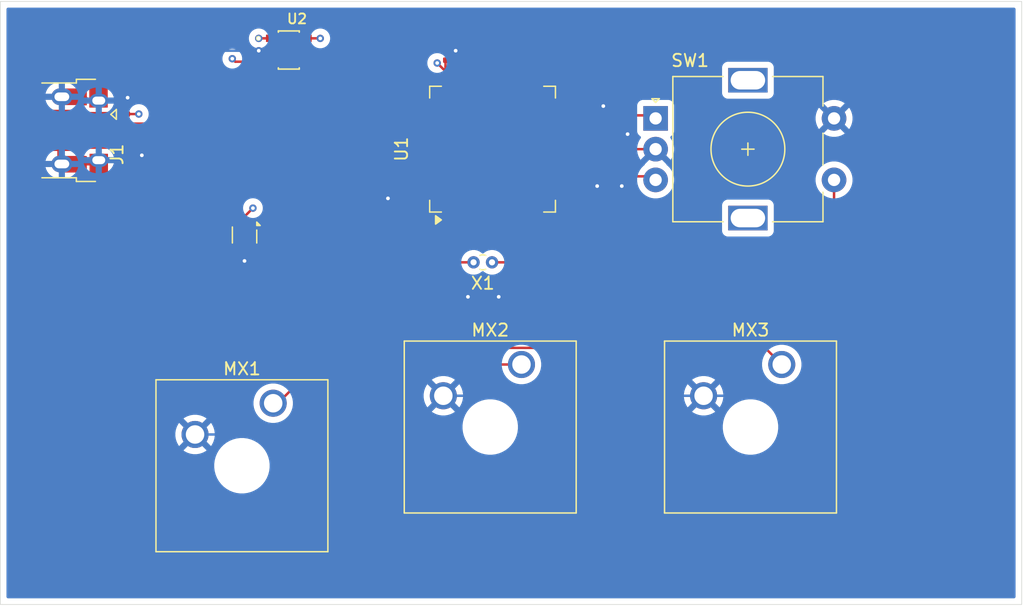
<source format=kicad_pcb>
(kicad_pcb (version 20241229) (generator "pcbnew") (generator_version "9.0")
  (layers (0 "F.Cu" signal) (4 "In1.Cu" signal) (6 "In2.Cu" signal) (2 "B.Cu" signal) (13 "F.Paste" user) (15 "B.Paste" user) (5 "F.SilkS" user "F.Silkscreen") (7 "B.SilkS" user "B.Silkscreen") (1 "F.Mask" user) (3 "B.Mask" user) (25 "Edge.Cuts" user))
  (net 0 "")
  (net 1 "VDD")
  (net 2 "GND")
  (net 3 "Net-(C2-Pad2)")
  (net 4 "Net-(C4-Pad2)")
  (net 5 "Net-(U1-PH0)")
  (net 6 "Net-(U1-PH1)")
  (net 7 "Net-(U1-PB0)")
  (net 8 "Net-(U1-PA4)")
  (net 10 "Net-(MX1-COL)")
  (net 11 "Net-(MX2-COL)")
  (net 12 "Net-(MX3-COL)")
  (net 13 "Net-(U1-PC10)")
  (net 14 "Net-(U1-PC11)")
  (net 30 "Net-(U1-VSS-Pad18)")
  (net 64 "Net-(U1-PA3)")
  (net 65 "Net-(C5-Pad2)")
  (net 66 "/D+")
  (net 67 "/D-")
  (footprint "Capacitor_SMD:C_0201_0603Metric" (layer "F.Cu") (at 110.346051 64.827786 -90)
    (property "Reference" "C1" (hide yes))
    (property "Value" "C" (hide yes))
    (pad "1" smd roundrect (at -0.32 0 270) (size 0.46 0.4) (layers "F.Cu" "F.Mask") (net 2 "GND"))
    (pad "2" smd roundrect (at 0.32 0 270) (size 0.46 0.4) (layers "F.Cu" "F.Mask") (net 1 "VDD"))
  )
  (footprint "Capacitor_SMD:C_0201_0603Metric" (layer "F.Cu") (at 132.497 71.75)
    (property "Reference" "C2" (hide yes))
    (property "Value" "0.1 µF (each)" (hide yes))
    (pad "1" smd roundrect (at -0.32 0) (size 0.46 0.4) (layers "F.Cu" "F.Mask") (net 2 "GND"))
    (pad "2" smd roundrect (at 0.32 0) (size 0.46 0.4) (layers "F.Cu" "F.Mask") (net 3 "Net-(C2-Pad2)"))
  )
  (footprint "Package_TO_SOT_SMD:SOT-666" (layer "F.Cu") (at 119.8475 74.975 -90)
    (property "Reference" "U3" (hide yes))
    (property "Value" "USBLC6-2P6" (hide yes))
    (fp_line (start 0.65 0.99) (end -0.65 0.99) (stroke (width 0.12)) (layer "F.SilkS"))
    (fp_line (start 0.65 -0.99) (end -0.4 -0.99) (stroke (width 0.12)) (layer "F.SilkS"))
    (fp_poly (pts (xy -0.77 -0.99) (xy -1.05 -0.99) (xy -0.77 -1.27) (xy -0.77 -0.99)) (stroke (width 0.12)) (fill yes) (layer "F.SilkS"))
    (pad "1" smd roundrect (at -0.85 -0.5375 270) (size 0.5 0.375) (layers "F.Cu" "F.Mask" "F.Paste") (net 14 "Net-(U1-PC11)"))
    (pad "2" smd roundrect (at -0.925 0 270) (size 0.65 0.3) (layers "F.Cu" "F.Mask" "F.Paste") (net 1 "VDD"))
    (pad "3" smd roundrect (at -0.85 0.5375 270) (size 0.5 0.375) (layers "F.Cu" "F.Mask" "F.Paste") (net 14 "Net-(U1-PC11)"))
    (pad "4" smd roundrect (at 0.85 0.5375 270) (size 0.5 0.375) (layers "F.Cu" "F.Mask" "F.Paste") (net 13 "Net-(U1-PC10)"))
    (pad "5" smd roundrect (at 0.925 0 270) (size 0.65 0.3) (layers "F.Cu" "F.Mask" "F.Paste") (net 2 "GND"))
    (pad "6" smd roundrect (at 0.85 -0.5375 270) (size 0.5 0.375) (layers "F.Cu" "F.Mask" "F.Paste") (net 13 "Net-(U1-PC10)"))
  )
  (footprint "Capacitor_SMD:C_0201_0603Metric" (layer "F.Cu") (at 147.5 71 180)
    (property "Reference" "C5" (hide yes))
    (property "Value" "~" (hide yes))
    (pad "1" smd roundrect (at -0.32 0 180) (size 0.46 0.4) (layers "F.Cu" "F.Mask") (net 2 "GND"))
    (pad "2" smd roundrect (at 0.32 0 180) (size 0.46 0.4) (layers "F.Cu" "F.Mask") (net 65 "Net-(C5-Pad2)"))
  )
  (footprint "Capacitor_SMD:C_0201_0603Metric" (layer "F.Cu") (at 151.098 70.528 -90)
    (property "Reference" "C9" (hide yes))
    (property "Value" "C" (hide yes))
    (pad "1" smd roundrect (at -0.32 0 270) (size 0.46 0.4) (layers "F.Cu" "F.Mask") (net 8 "Net-(U1-PA4)"))
    (pad "2" smd roundrect (at 0.32 0 270) (size 0.46 0.4) (layers "F.Cu" "F.Mask") (net 2 "GND"))
  )
  (footprint "Capacitor_SMD:C_0201_0603Metric" (layer "F.Cu") (at 147.447 64.262 180)
    (property "Reference" "C4" (hide yes))
    (property "Value" "~" (hide yes))
    (pad "1" smd roundrect (at -0.32 0 180) (size 0.46 0.4) (layers "F.Cu" "F.Mask") (net 2 "GND"))
    (pad "2" smd roundrect (at 0.32 0 180) (size 0.46 0.4) (layers "F.Cu" "F.Mask") (net 4 "Net-(C4-Pad2)"))
  )
  (footprint "Capacitor_SMD:C_0201_0603Metric" (layer "F.Cu") (at 150.971 65.575 90)
    (property "Reference" "C8" (hide yes))
    (property "Value" "0.1 µF" (hide yes))
    (pad "1" smd roundrect (at -0.32 0 90) (size 0.46 0.4) (layers "F.Cu" "F.Mask") (net 2 "GND"))
    (pad "2" smd roundrect (at 0.32 0 90) (size 0.46 0.4) (layers "F.Cu" "F.Mask") (net 7 "Net-(U1-PB0)"))
  )
  (footprint "RotaryEncoder:RotaryEncoder_Alps_EC11E-Switch_Vertical_H20mm" (layer "F.Cu") (at 153.25 65.5)
    (property "Reference" "SW1" (at 2.8 -4.7 0) (layer "F.SilkS"))
    (property "Value" "RotaryEncoder_Switch")
    (fp_line (start -0.3 -1.6) (end 0.3 -1.6) (stroke (width 0.12)) (layer "F.SilkS"))
    (fp_line (start 0 -1.3) (end -0.3 -1.6) (stroke (width 0.12)) (layer "F.SilkS"))
    (fp_line (start 0.3 -1.6) (end 0 -1.3) (stroke (width 0.12)) (layer "F.SilkS"))
    (fp_line (start 1.4 -3.4) (end 1.4 8.4) (stroke (width 0.12)) (layer "F.SilkS"))
    (fp_line (start 5.5 -3.4) (end 1.4 -3.4) (stroke (width 0.12)) (layer "F.SilkS"))
    (fp_line (start 5.5 8.4) (end 1.4 8.4) (stroke (width 0.12)) (layer "F.SilkS"))
    (fp_line (start 7 2.5) (end 8 2.5) (stroke (width 0.12)) (layer "F.SilkS"))
    (fp_line (start 7.5 2) (end 7.5 3) (stroke (width 0.12)) (layer "F.SilkS"))
    (fp_line (start 9.5 -3.4) (end 13.6 -3.4) (stroke (width 0.12)) (layer "F.SilkS"))
    (fp_line (start 13.6 -3.4) (end 13.6 -1) (stroke (width 0.12)) (layer "F.SilkS"))
    (fp_line (start 13.6 1.2) (end 13.6 3.8) (stroke (width 0.12)) (layer "F.SilkS"))
    (fp_line (start 13.6 6) (end 13.6 8.4) (stroke (width 0.12)) (layer "F.SilkS"))
    (fp_line (start 13.6 8.4) (end 9.5 8.4) (stroke (width 0.12)) (layer "F.SilkS"))
    (fp_circle (center 7.5 2.5) (end 10.5 2.5) (stroke (width 0.12)) (fill no) (layer "F.SilkS"))
    (pad "A" thru_hole rect (at 0 0) (size 2 2) (drill 1) (layers "*.Cu" "*.Mask") (net 7 "Net-(U1-PB0)"))
    (pad "B" thru_hole circle (at 0 5) (size 2 2) (drill 1) (layers "*.Cu" "*.Mask") (net 8 "Net-(U1-PA4)"))
    (pad "C" thru_hole circle (at 0 2.5) (size 2 2) (drill 1) (layers "*.Cu" "*.Mask") (net 2 "GND"))
    (pad "MP" thru_hole rect (at 7.5 -3.1) (size 3.2 2) (drill oval 2.8 1.5) (layers "*.Cu" "*.Mask"))
    (pad "MP" thru_hole rect (at 7.5 8.1) (size 3.2 2) (drill oval 2.8 1.5) (layers "*.Cu" "*.Mask"))
    (pad "S1" thru_hole circle (at 14.5 5) (size 2 2) (drill 1) (layers "*.Cu" "*.Mask") (net 64 "Net-(U1-PA3)"))
    (pad "S2" thru_hole circle (at 14.5 0) (size 2 2) (drill 1) (layers "*.Cu" "*.Mask") (net 2 "GND"))
  )
  (footprint "Capacitor_SMD:C_0201_0603Metric" (layer "F.Cu") (at 141.52 80.25)
    (property "Reference" "C7" (hide yes))
    (property "Value" "20 pF" (hide yes))
    (pad "1" smd roundrect (at -0.32 0) (size 0.46 0.4) (layers "F.Cu" "F.Mask") (net 2 "GND"))
    (pad "2" smd roundrect (at 0.32 0) (size 0.46 0.4) (layers "F.Cu" "F.Mask") (net 6 "Net-(U1-PH1)"))
  )
  (footprint "Resistor_SMD:R_0201_0603Metric" (layer "F.Cu") (at 115.329432 66.642254)
    (property "Reference" "R1" (hide yes))
    (property "Value" "220 Ω" (hide yes))
    (pad "1" smd roundrect (at -0.32 0) (size 0.46 0.4) (layers "F.Cu" "F.Mask") (net 66 "/D+"))
    (pad "2" smd roundrect (at 0.32 0) (size 0.46 0.4) (layers "F.Cu" "F.Mask") (net 14 "Net-(U1-PC11)"))
  )
  (footprint "Button_Switch_Keyboard:SW_Cherry_MX_1.75u_Plate" (layer "F.Cu") (at 142.35 85.5)
    (property "Reference" "MX2" (at -2.54 -2.794 0) (layer "F.SilkS"))
    (property "Value" "MX-NoLED")
    (fp_line (start -9.525 -1.905) (end 4.445 -1.905) (stroke (width 0.12)) (layer "F.SilkS"))
    (fp_line (start -9.525 12.065) (end -9.525 -1.905) (stroke (width 0.12)) (layer "F.SilkS"))
    (fp_line (start 4.445 -1.905) (end 4.445 12.065) (stroke (width 0.12)) (layer "F.SilkS"))
    (fp_line (start 4.445 12.065) (end -9.525 12.065) (stroke (width 0.12)) (layer "F.SilkS"))
    (pad "" np_thru_hole circle (at -2.54 5.08) (size 4 4) (drill 4) (layers "*.Cu" "*.Mask"))
    (pad "1" thru_hole circle (at 0 0) (size 2.2 2.2) (drill 1.5) (layers "*.Cu" "*.Mask") (net 11 "Net-(MX2-COL)"))
    (pad "2" thru_hole circle (at -6.35 2.54) (size 2.2 2.2) (drill 1.5) (layers "*.Cu" "*.Mask") (net 2 "GND"))
  )
  (footprint "Button_Switch_Keyboard:SW_Cherry_MX_1.75u_Plate" (layer "F.Cu") (at 122.174 88.646)
    (property "Reference" "MX1" (at -2.54 -2.794 0) (layer "F.SilkS"))
    (property "Value" "MX-NoLED")
    (fp_line (start -9.525 -1.905) (end 4.445 -1.905) (stroke (width 0.12)) (layer "F.SilkS"))
    (fp_line (start -9.525 12.065) (end -9.525 -1.905) (stroke (width 0.12)) (layer "F.SilkS"))
    (fp_line (start 4.445 -1.905) (end 4.445 12.065) (stroke (width 0.12)) (layer "F.SilkS"))
    (fp_line (start 4.445 12.065) (end -9.525 12.065) (stroke (width 0.12)) (layer "F.SilkS"))
    (pad "" np_thru_hole circle (at -2.54 5.08) (size 4 4) (drill 4) (layers "*.Cu" "*.Mask"))
    (pad "1" thru_hole circle (at 0 0) (size 2.2 2.2) (drill 1.5) (layers "*.Cu" "*.Mask") (net 10 "Net-(MX1-COL)"))
    (pad "2" thru_hole circle (at -6.35 2.54) (size 2.2 2.2) (drill 1.5) (layers "*.Cu" "*.Mask") (net 2 "GND"))
  )
  (footprint "Connector_USB:USB_Micro-B_Amphenol_10103594-0001LF_Horizontal" (layer "F.Cu") (at 106.115 66.5 -90)
    (property "Reference" "J1" (at 1.925 -3.365 90) (layer "F.SilkS"))
    (property "Value" "USB_B_Micro")
    (fp_line (start -3.875 2.735) (end -3.875 -0.065) (stroke (width 0.12)) (layer "F.SilkS"))
    (fp_line (start 3.825 2.735) (end 3.825 -0.065) (stroke (width 0.12)) (layer "F.SilkS"))
    (fp_line (start -4.175 -0.065) (end -3.875 -0.065) (stroke (width 0.12)) (layer "F.SilkS"))
    (fp_line (start -4.175 -0.065) (end -4.175 -1.615) (stroke (width 0.12)) (layer "F.SilkS"))
    (fp_line (start 3.825 -0.065) (end 4.125 -0.065) (stroke (width 0.12)) (layer "F.SilkS"))
    (fp_line (start 4.125 -0.065) (end 4.125 -1.615) (stroke (width 0.12)) (layer "F.SilkS"))
    (fp_line (start -1.325 -2.865) (end -1.725 -3.315) (stroke (width 0.12)) (layer "F.SilkS"))
    (fp_line (start -1.725 -3.315) (end -0.925 -3.315) (stroke (width 0.12)) (layer "F.SilkS"))
    (fp_line (start -0.925 -3.315) (end -1.325 -2.865) (stroke (width 0.12)) (layer "F.SilkS"))
    (pad "1" smd rect (at -1.325 -1.765) (size 1.65 0.4) (layers "F.Cu" "F.Mask" "F.Paste") (net 1 "VDD"))
    (pad "2" smd rect (at -0.675 -1.765) (size 1.65 0.4) (layers "F.Cu" "F.Mask" "F.Paste") (net 67 "/D-"))
    (pad "3" smd rect (at -0.025 -1.765) (size 1.65 0.4) (layers "F.Cu" "F.Mask" "F.Paste") (net 66 "/D+"))
    (pad "4" smd rect (at 0.625 -1.765) (size 1.65 0.4) (layers "F.Cu" "F.Mask" "F.Paste"))
    (pad "5" smd rect (at 1.275 -1.765) (size 1.65 0.4) (layers "F.Cu" "F.Mask" "F.Paste") (net 2 "GND"))
    (pad "6" smd rect (at -2.975 -0.565 270) (size 1.825 0.7) (layers "F.Cu" "F.Mask" "F.Paste") (net 2 "GND"))
    (pad "6" smd rect (at -2.875 -1.865 270) (size 2 1.5) (layers "F.Cu" "F.Mask" "F.Paste") (net 2 "GND"))
    (pad "6" smd rect (at -2.755 0.185 270) (size 1.35 2) (layers "F.Cu" "F.Mask" "F.Paste") (net 2 "GND"))
    (pad "6" thru_hole oval (at -2.755 1.115) (size 1.7 1.35) (drill oval 1.2 0.7) (property pad_prop_heatsink) (layers "*.Cu" "*.Mask") (net 2 "GND"))
    (pad "6" thru_hole oval (at -2.445 -1.885) (size 1.5 1.1) (drill oval 1.05 0.65) (property pad_prop_heatsink) (layers "*.Cu" "*.Mask") (net 2 "GND"))
    (pad "6" smd rect (at -0.985 1.385) (size 2.5 1.43) (layers "F.Cu" "F.Mask" "F.Paste") (net 2 "GND"))
    (pad "6" smd rect (at 0.935 1.385) (size 2.5 1.43) (layers "F.Cu" "F.Mask" "F.Paste") (net 2 "GND"))
    (pad "6" thru_hole oval (at 2.395 -1.885) (size 1.5 1.1) (drill oval 1.05 0.65) (property pad_prop_heatsink) (layers "*.Cu" "*.Mask") (net 2 "GND"))
    (pad "6" thru_hole oval (at 2.705 1.115) (size 1.7 1.35) (drill oval 1.2 0.7) (property pad_prop_heatsink) (layers "*.Cu" "*.Mask") (net 2 "GND"))
    (pad "6" smd rect (at 2.725 0.185 270) (size 1.35 2) (layers "F.Cu" "F.Mask" "F.Paste") (net 2 "GND"))
    (pad "6" smd rect (at 2.875 -1.885 270) (size 2 1.5) (layers "F.Cu" "F.Mask" "F.Paste") (net 2 "GND"))
    (pad "6" smd rect (at 2.975 -0.565 270) (size 1.825 0.7) (layers "F.Cu" "F.Mask" "F.Paste") (net 2 "GND"))
  )
  (footprint "Button_Switch_Keyboard:SW_Cherry_MX_1.75u_Plate" (layer "F.Cu") (at 163.5 85.5)
    (property "Reference" "MX3" (at -2.54 -2.794 0) (layer "F.SilkS"))
    (property "Value" "MX-NoLED")
    (fp_line (start -9.525 -1.905) (end 4.445 -1.905) (stroke (width 0.12)) (layer "F.SilkS"))
    (fp_line (start -9.525 12.065) (end -9.525 -1.905) (stroke (width 0.12)) (layer "F.SilkS"))
    (fp_line (start 4.445 -1.905) (end 4.445 12.065) (stroke (width 0.12)) (layer "F.SilkS"))
    (fp_line (start 4.445 12.065) (end -9.525 12.065) (stroke (width 0.12)) (layer "F.SilkS"))
    (pad "" np_thru_hole circle (at -2.54 5.08) (size 4 4) (drill 4) (layers "*.Cu" "*.Mask"))
    (pad "1" thru_hole circle (at 0 0) (size 2.2 2.2) (drill 1.5) (layers "*.Cu" "*.Mask") (net 12 "Net-(MX3-COL)"))
    (pad "2" thru_hole circle (at -6.35 2.54) (size 2.2 2.2) (drill 1.5) (layers "*.Cu" "*.Mask") (net 2 "GND"))
  )
  (footprint "AP2112K-3.3TRG1:SOT95P285X140-5N" (layer "F.Cu") (at 123.444 59.944)
    (property "Reference" "U2" (at 0.66442 -2.53029 0) (layer "F.SilkS") (effects (font (size 0.80263 0.80263))))
    (property "Value" "AP2112K-3.3TRG1")
    (fp_line (start -0.85 -1.55) (end -0.85 -1.45) (stroke (width 0.127)) (layer "F.SilkS"))
    (fp_line (start -0.85 1.55) (end -0.85 1.45) (stroke (width 0.127)) (layer "F.SilkS"))
    (fp_line (start 0.85 -1.55) (end -0.85 -1.55) (stroke (width 0.127)) (layer "F.SilkS"))
    (fp_line (start 0.85 -1.55) (end 0.85 -1.45) (stroke (width 0.127)) (layer "F.SilkS"))
    (fp_line (start 0.85 1.55) (end -0.85 1.55) (stroke (width 0.127)) (layer "F.SilkS"))
    (fp_line (start 0.85 1.55) (end 0.85 1.45) (stroke (width 0.127)) (layer "F.SilkS"))
    (fp_circle (center -2.469 -0.95) (end -2.369 -0.95) (stroke (width 0.2)) (fill no) (layer "F.SilkS"))
    (pad "1" smd roundrect (at -1.185 -0.95) (size 1.35 0.6) (layers "F.Cu" "F.Mask" "F.Paste") (roundrect_rratio 0.075) (net 1 "VDD"))
    (pad "2" smd roundrect (at -1.185 0) (size 1.35 0.6) (layers "F.Cu" "F.Mask" "F.Paste") (roundrect_rratio 0.075) (net 2 "GND"))
    (pad "3" smd roundrect (at -1.185 0.95) (size 1.35 0.6) (layers "F.Cu" "F.Mask" "F.Paste") (roundrect_rratio 0.075) (net 1 "VDD"))
    (pad "4" smd roundrect (at 1.185 0.95) (size 1.35 0.6) (layers "F.Cu" "F.Mask" "F.Paste") (roundrect_rratio 0.075))
    (pad "5" smd roundrect (at 1.185 -0.95) (size 1.35 0.6) (layers "F.Cu" "F.Mask" "F.Paste") (roundrect_rratio 0.075) (net 1 "VDD"))
  )
  (footprint "Capacitor_SMD:C_0201_0603Metric" (layer "F.Cu") (at 136.175 60.452 -90)
    (property "Reference" "C3" (hide yes))
    (property "Value" "~" (hide yes))
    (pad "1" smd roundrect (at -0.32 0 270) (size 0.46 0.4) (layers "F.Cu" "F.Mask") (net 2 "GND"))
    (pad "2" smd roundrect (at 0.32 0 270) (size 0.46 0.4) (layers "F.Cu" "F.Mask") (net 1 "VDD"))
  )
  (footprint "Resistor_SMD:R_0201_0603Metric" (layer "F.Cu") (at 115.340974 65.615587)
    (property "Reference" "R2" (hide yes))
    (property "Value" "220 Ω" (hide yes))
    (pad "1" smd roundrect (at -0.32 0) (size 0.46 0.4) (layers "F.Cu" "F.Mask") (net 67 "/D-"))
    (pad "2" smd roundrect (at 0.32 0) (size 0.46 0.4) (layers "F.Cu" "F.Mask") (net 13 "Net-(U1-PC10)"))
  )
  (footprint "Crystal:Crystal_DS10_D1.0mm_L4.3mm_Vertical" (layer "F.Cu") (at 139.955653 77.196772 180)
    (property "Reference" "X1" (at 0.75 -1.7 180) (layer "F.SilkS"))
    (property "Value" "8 MHz")
    (fp_arc (start 0.988 0.562) (mid 0.75 0.61) (end 0.512 0.562) (stroke (width 0.12)) (layer "F.SilkS"))
    (fp_arc (start 0.512 -0.562) (mid 0.75 -0.61) (end 0.988 -0.562) (stroke (width 0.12)) (layer "F.SilkS"))
    (pad "1" thru_hole circle (at 0 0 180) (size 1 1) (drill 0.5) (layers "*.Cu" "*.Mask") (net 6 "Net-(U1-PH1)"))
    (pad "2" thru_hole circle (at 1.5 0 180) (size 1 1) (drill 0.5) (layers "*.Cu" "*.Mask") (net 5 "Net-(U1-PH0)"))
  )
  (footprint "Package_QFP:LQFP-64_10x10mm_P0.5mm" (layer "F.Cu") (at 140 68 90)
    (property "Reference" "U1" (at 0 -7.4 90) (layer "F.SilkS"))
    (property "Value" "STM32F205RBTx")
    (fp_line (start 5.11 -5.11) (end 5.11 -4.16) (stroke (width 0.12)) (layer "F.SilkS"))
    (fp_line (start 4.16 -5.11) (end 5.11 -5.11) (stroke (width 0.12)) (layer "F.SilkS"))
    (fp_line (start -5.11 -5.11) (end -4.16 -5.11) (stroke (width 0.12)) (layer "F.SilkS"))
    (fp_line (start -5.11 -4.16) (end -5.11 -5.11) (stroke (width 0.12)) (layer "F.SilkS"))
    (fp_line (start 5.11 4.16) (end 5.11 5.11) (stroke (width 0.12)) (layer "F.SilkS"))
    (fp_line (start 5.11 5.11) (end 4.16 5.11) (stroke (width 0.12)) (layer "F.SilkS"))
    (fp_line (start -4.16 5.11) (end -5.11 5.11) (stroke (width 0.12)) (layer "F.SilkS"))
    (fp_line (start -5.11 5.11) (end -5.11 4.16) (stroke (width 0.12)) (layer "F.SilkS"))
    (fp_poly (pts (xy -5.75 -4.16) (xy -6.09 -4.63) (xy -5.41 -4.63)) (stroke (width 0.12)) (fill yes) (layer "F.SilkS"))
    (pad "1" smd roundrect (at -5.675 -3.75 90) (size 1.55 0.3) (layers "F.Cu" "F.Mask" "F.Paste"))
    (pad "2" smd roundrect (at -5.675 -3.25 90) (size 1.55 0.3) (layers "F.Cu" "F.Mask" "F.Paste") (net 10 "Net-(MX1-COL)"))
    (pad "3" smd roundrect (at -5.675 -2.75 90) (size 1.55 0.3) (layers "F.Cu" "F.Mask" "F.Paste") (net 11 "Net-(MX2-COL)"))
    (pad "4" smd roundrect (at -5.675 -2.25 90) (size 1.55 0.3) (layers "F.Cu" "F.Mask" "F.Paste") (net 12 "Net-(MX3-COL)"))
    (pad "5" smd roundrect (at -5.675 -1.75 90) (size 1.55 0.3) (layers "F.Cu" "F.Mask" "F.Paste") (net 5 "Net-(U1-PH0)"))
    (pad "6" smd roundrect (at -5.675 -1.25 90) (size 1.55 0.3) (layers "F.Cu" "F.Mask" "F.Paste") (net 6 "Net-(U1-PH1)"))
    (pad "7" smd roundrect (at -5.675 -0.75 90) (size 1.55 0.3) (layers "F.Cu" "F.Mask" "F.Paste"))
    (pad "8" smd roundrect (at -5.675 -0.25 90) (size 1.55 0.3) (layers "F.Cu" "F.Mask" "F.Paste"))
    (pad "9" smd roundrect (at -5.675 0.25 90) (size 1.55 0.3) (layers "F.Cu" "F.Mask" "F.Paste"))
    (pad "10" smd roundrect (at -5.675 0.75 90) (size 1.55 0.3) (layers "F.Cu" "F.Mask" "F.Paste"))
    (pad "11" smd roundrect (at -5.675 1.25 90) (size 1.55 0.3) (layers "F.Cu" "F.Mask" "F.Paste"))
    (pad "12" smd roundrect (at -5.675 1.75 90) (size 1.55 0.3) (layers "F.Cu" "F.Mask" "F.Paste"))
    (pad "13" smd roundrect (at -5.675 2.25 90) (size 1.55 0.3) (layers "F.Cu" "F.Mask" "F.Paste"))
    (pad "14" smd roundrect (at -5.675 2.75 90) (size 1.55 0.3) (layers "F.Cu" "F.Mask" "F.Paste"))
    (pad "15" smd roundrect (at -5.675 3.25 90) (size 1.55 0.3) (layers "F.Cu" "F.Mask" "F.Paste"))
    (pad "16" smd roundrect (at -5.675 3.75 90) (size 1.55 0.3) (layers "F.Cu" "F.Mask" "F.Paste"))
    (pad "17" smd roundrect (at -3.75 5.675 90) (size 0.3 1.55) (layers "F.Cu" "F.Mask" "F.Paste") (net 64 "Net-(U1-PA3)"))
    (pad "18" smd roundrect (at -3.25 5.675 90) (size 0.3 1.55) (layers "F.Cu" "F.Mask" "F.Paste") (net 30 "Net-(U1-VSS-Pad18)"))
    (pad "19" smd roundrect (at -2.75 5.675 90) (size 0.3 1.55) (layers "F.Cu" "F.Mask" "F.Paste") (net 65 "Net-(C5-Pad2)"))
    (pad "20" smd roundrect (at -2.25 5.675 90) (size 0.3 1.55) (layers "F.Cu" "F.Mask" "F.Paste") (net 8 "Net-(U1-PA4)"))
    (pad "21" smd roundrect (at -1.75 5.675 90) (size 0.3 1.55) (layers "F.Cu" "F.Mask" "F.Paste"))
    (pad "22" smd roundrect (at -1.25 5.675 90) (size 0.3 1.55) (layers "F.Cu" "F.Mask" "F.Paste"))
    (pad "23" smd roundrect (at -0.75 5.675 90) (size 0.3 1.55) (layers "F.Cu" "F.Mask" "F.Paste"))
    (pad "24" smd roundrect (at -0.25 5.675 90) (size 0.3 1.55) (layers "F.Cu" "F.Mask" "F.Paste"))
    (pad "25" smd roundrect (at 0.25 5.675 90) (size 0.3 1.55) (layers "F.Cu" "F.Mask" "F.Paste"))
    (pad "26" smd roundrect (at 0.75 5.675 90) (size 0.3 1.55) (layers "F.Cu" "F.Mask" "F.Paste") (net 7 "Net-(U1-PB0)"))
    (pad "27" smd roundrect (at 1.25 5.675 90) (size 0.3 1.55) (layers "F.Cu" "F.Mask" "F.Paste"))
    (pad "28" smd roundrect (at 1.75 5.675 90) (size 0.3 1.55) (layers "F.Cu" "F.Mask" "F.Paste"))
    (pad "29" smd roundrect (at 2.25 5.675 90) (size 0.3 1.55) (layers "F.Cu" "F.Mask" "F.Paste"))
    (pad "30" smd roundrect (at 2.75 5.675 90) (size 0.3 1.55) (layers "F.Cu" "F.Mask" "F.Paste"))
    (pad "31" smd roundrect (at 3.25 5.675 90) (size 0.3 1.55) (layers "F.Cu" "F.Mask" "F.Paste"))
    (pad "32" smd roundrect (at 3.75 5.675 90) (size 0.3 1.55) (layers "F.Cu" "F.Mask" "F.Paste") (net 4 "Net-(C4-Pad2)"))
    (pad "33" smd roundrect (at 5.675 3.75 90) (size 1.55 0.3) (layers "F.Cu" "F.Mask" "F.Paste"))
    (pad "34" smd roundrect (at 5.675 3.25 90) (size 1.55 0.3) (layers "F.Cu" "F.Mask" "F.Paste"))
    (pad "35" smd roundrect (at 5.675 2.75 90) (size 1.55 0.3) (layers "F.Cu" "F.Mask" "F.Paste"))
    (pad "36" smd roundrect (at 5.675 2.25 90) (size 1.55 0.3) (layers "F.Cu" "F.Mask" "F.Paste"))
    (pad "37" smd roundrect (at 5.675 1.75 90) (size 1.55 0.3) (layers "F.Cu" "F.Mask" "F.Paste"))
    (pad "38" smd roundrect (at 5.675 1.25 90) (size 1.55 0.3) (layers "F.Cu" "F.Mask" "F.Paste"))
    (pad "39" smd roundrect (at 5.675 0.75 90) (size 1.55 0.3) (layers "F.Cu" "F.Mask" "F.Paste"))
    (pad "40" smd roundrect (at 5.675 0.25 90) (size 1.55 0.3) (layers "F.Cu" "F.Mask" "F.Paste"))
    (pad "41" smd roundrect (at 5.675 -0.25 90) (size 1.55 0.3) (layers "F.Cu" "F.Mask" "F.Paste"))
    (pad "42" smd roundrect (at 5.675 -0.75 90) (size 1.55 0.3) (layers "F.Cu" "F.Mask" "F.Paste"))
    (pad "43" smd roundrect (at 5.675 -1.25 90) (size 1.55 0.3) (layers "F.Cu" "F.Mask" "F.Paste"))
    (pad "44" smd roundrect (at 5.675 -1.75 90) (size 1.55 0.3) (layers "F.Cu" "F.Mask" "F.Paste"))
    (pad "45" smd roundrect (at 5.675 -2.25 90) (size 1.55 0.3) (layers "F.Cu" "F.Mask" "F.Paste"))
    (pad "46" smd roundrect (at 5.675 -2.75 90) (size 1.55 0.3) (layers "F.Cu" "F.Mask" "F.Paste"))
    (pad "47" smd roundrect (at 5.675 -3.25 90) (size 1.55 0.3) (layers "F.Cu" "F.Mask" "F.Paste"))
    (pad "48" smd roundrect (at 5.675 -3.75 90) (size 1.55 0.3) (layers "F.Cu" "F.Mask" "F.Paste") (net 1 "VDD"))
    (pad "49" smd roundrect (at 3.75 -5.675 90) (size 0.3 1.55) (layers "F.Cu" "F.Mask" "F.Paste"))
    (pad "50" smd roundrect (at 3.25 -5.675 90) (size 0.3 1.55) (layers "F.Cu" "F.Mask" "F.Paste"))
    (pad "51" smd roundrect (at 2.75 -5.675 90) (size 0.3 1.55) (layers "F.Cu" "F.Mask" "F.Paste") (net 13 "Net-(U1-PC10)"))
    (pad "52" smd roundrect (at 2.25 -5.675 90) (size 0.3 1.55) (layers "F.Cu" "F.Mask" "F.Paste") (net 14 "Net-(U1-PC11)"))
    (pad "53" smd roundrect (at 1.75 -5.675 90) (size 0.3 1.55) (layers "F.Cu" "F.Mask" "F.Paste"))
    (pad "54" smd roundrect (at 1.25 -5.675 90) (size 0.3 1.55) (layers "F.Cu" "F.Mask" "F.Paste"))
    (pad "55" smd roundrect (at 0.75 -5.675 90) (size 0.3 1.55) (layers "F.Cu" "F.Mask" "F.Paste"))
    (pad "56" smd roundrect (at 0.25 -5.675 90) (size 0.3 1.55) (layers "F.Cu" "F.Mask" "F.Paste"))
    (pad "57" smd roundrect (at -0.25 -5.675 90) (size 0.3 1.55) (layers "F.Cu" "F.Mask" "F.Paste"))
    (pad "58" smd roundrect (at -0.75 -5.675 90) (size 0.3 1.55) (layers "F.Cu" "F.Mask" "F.Paste"))
    (pad "59" smd roundrect (at -1.25 -5.675 90) (size 0.3 1.55) (layers "F.Cu" "F.Mask" "F.Paste"))
    (pad "60" smd roundrect (at -1.75 -5.675 90) (size 0.3 1.55) (layers "F.Cu" "F.Mask" "F.Paste"))
    (pad "61" smd roundrect (at -2.25 -5.675 90) (size 0.3 1.55) (layers "F.Cu" "F.Mask" "F.Paste"))
    (pad "62" smd roundrect (at -2.75 -5.675 90) (size 0.3 1.55) (layers "F.Cu" "F.Mask" "F.Paste"))
    (pad "63" smd roundrect (at -3.25 -5.675 90) (size 0.3 1.55) (layers "F.Cu" "F.Mask" "F.Paste") (net 30 "Net-(U1-VSS-Pad18)"))
    (pad "64" smd roundrect (at -3.75 -5.675 90) (size 0.3 1.55) (layers "F.Cu" "F.Mask" "F.Paste") (net 3 "Net-(C2-Pad2)"))
  )
  (footprint "Capacitor_SMD:C_0201_0603Metric" (layer "F.Cu") (at 136.855 80.25)
    (property "Reference" "C6" (hide yes))
    (property "Value" "20 pF" (hide yes))
    (pad "1" smd roundrect (at -0.32 0) (size 0.46 0.4) (layers "F.Cu" "F.Mask") (net 5 "Net-(U1-PH0)"))
    (pad "2" smd roundrect (at 0.32 0) (size 0.46 0.4) (layers "F.Cu" "F.Mask") (net 2 "GND"))
  )
  (gr_rect (start 100 56) (end 183 105) (stroke (width 0.05)) (fill no) (layer "Edge.Cuts"))
  (segment (start 110.346051 65.147786) (end 111.252773 65.147786) (width 0.2) (layer "F.Cu") (net 1))
  (segment (start 125.994 58.994) (end 126 59) (width 0.2) (layer "F.Cu") (net 1))
  (segment (start 121.006 58.994) (end 121 59) (width 0.2) (layer "F.Cu") (net 1))
  (segment (start 136.175 60.772) (end 136.175 62.25) (width 0.2) (layer "F.Cu") (net 1))
  (segment (start 124.629 58.994) (end 125.994 58.994) (width 0.2) (layer "F.Cu") (net 1))
  (segment (start 136.25 61.75) (end 135.5 61) (width 0.2) (layer "F.Cu") (net 1))
  (segment (start 107.88 65.175) (end 110.318837 65.175) (width 0.2) (layer "F.Cu") (net 1))
  (segment (start 122.259 60.894) (end 119.094 60.894) (width 0.2) (layer "F.Cu") (net 1))
  (segment (start 111.252773 65.147786) (end 111.254561 65.145998) (width 0.2) (layer "F.Cu") (net 1))
  (segment (start 122.259 58.994) (end 121.006 58.994) (width 0.2) (layer "F.Cu") (net 1))
  (segment (start 136.175 62.25) (end 136.25 62.325) (width 0.2) (layer "F.Cu") (net 1))
  (segment (start 119.8475 74.05) (end 119.8475 73.472335) (width 0.2) (layer "F.Cu") (net 1))
  (segment (start 136.25 62.325) (end 136.25 61.75) (width 0.2) (layer "F.Cu") (net 1))
  (segment (start 119.094 60.894) (end 118.85 60.65) (width 0.2) (layer "F.Cu") (net 1))
  (segment (start 110.318837 65.175) (end 110.346051 65.147786) (width 0.2) (layer "F.Cu") (net 1))
  (segment (start 119.8475 73.472335) (end 120.527839 72.791996) (width 0.2) (layer "F.Cu") (net 1))
  (via (at 135.5 61) (size 0.6) (drill 0.3) (layers "F.Cu" "B.Cu") (net 1))
  (via (at 120.527839 72.791996) (size 0.6) (drill 0.3) (layers "F.Cu" "B.Cu") (net 1))
  (via (at 111.254561 65.145998) (size 0.6) (drill 0.3) (layers "F.Cu" "B.Cu") (net 1))
  (via (at 121 59) (size 0.6) (drill 0.3) (layers "F.Cu" "B.Cu") (net 1))
  (via (at 118.85 60.65) (size 0.6) (drill 0.3) (layers "F.Cu" "B.Cu") (net 1))
  (via (at 126 59) (size 0.6) (drill 0.3) (layers "F.Cu" "B.Cu") (net 1))
  (segment (start 119.8475 77.079264) (end 119.842771 77.083993) (width 0.2) (layer "F.Cu") (net 2))
  (segment (start 105.93 69.225) (end 107.85 69.225) (width 0.2) (layer "F.Cu") (net 2))
  (segment (start 107.21 64.055) (end 106.68 63.525) (width 0.2) (layer "F.Cu") (net 2))
  (segment (start 147.767 64.262) (end 148.762 64.262) (width 0.2) (layer "F.Cu") (net 2))
  (segment (start 150.971 66.775862) (end 150.973795 66.778657) (width 0.2) (layer "F.Cu") (net 2))
  (segment (start 150.652 70.848) (end 150.5 71) (width 0.2) (layer "F.Cu") (net 2))
  (segment (start 119.8475 75.9) (end 119.8475 77.079264) (width 0.2) (layer "F.Cu") (net 2))
  (segment (start 141.2 80.25) (end 140.75 80.25) (width 0.2) (layer "F.Cu") (net 2))
  (segment (start 140.75 80.25) (end 140.5 80) (width 0.2) (layer "F.Cu") (net 2))
  (segment (start 147.82 71) (end 148.5 71) (width 0.2) (layer "F.Cu") (net 2))
  (segment (start 150.973795 67.026205) (end 150.973795 66.778657) (width 0.2) (layer "F.Cu") (net 2))
  (segment (start 151 68) (end 150.5 67.5) (width 0.2) (layer "F.Cu") (net 2))
  (segment (start 108 64.055) (end 108 63.645) (width 0.2) (layer "F.Cu") (net 2))
  (segment (start 137.75 80.25) (end 138 80) (width 0.2) (layer "F.Cu") (net 2))
  (segment (start 107.88 67.775) (end 110.775 67.775) (width 0.2) (layer "F.Cu") (net 2))
  (segment (start 110.775 67.775) (end 111.5 68.5) (width 0.2) (layer "F.Cu") (net 2))
  (segment (start 110.346051 63.817775) (end 110.345377 63.817101) (width 0.2) (layer "F.Cu") (net 2))
  (segment (start 105 65.245) (end 104.73 65.515) (width 0.2) (layer "F.Cu") (net 2))
  (segment (start 153.25 68) (end 151 68) (width 0.2) (layer "F.Cu") (net 2))
  (segment (start 104.73 67.435) (end 104.73 68.935) (width 0.2) (layer "F.Cu") (net 2))
  (segment (start 136.175 60.132) (end 136.868 60.132) (width 0.2) (layer "F.Cu") (net 2))
  (segment (start 110.346051 64.507786) (end 110.346051 63.817775) (width 0.2) (layer "F.Cu") (net 2))
  (segment (start 137.175 80.25) (end 137.75 80.25) (width 0.2) (layer "F.Cu") (net 2))
  (segment (start 150.971 65.895) (end 150.971 66.775862) (width 0.2) (layer "F.Cu") (net 2))
  (segment (start 122.259 59.944) (end 121.056 59.944) (width 0.2) (layer "F.Cu") (net 2))
  (segment (start 151.098 70.848) (end 150.652 70.848) (width 0.2) (layer "F.Cu") (net 2))
  (segment (start 107.85 69.225) (end 108 69.375) (width 0.2) (layer "F.Cu") (net 2))
  (segment (start 104.73 68.935) (end 105 69.205) (width 0.2) (layer "F.Cu") (net 2))
  (segment (start 121.056 59.944) (end 121 60) (width 0.2) (layer "F.Cu") (net 2))
  (segment (start 104.73 65.515) (end 104.73 67.435) (width 0.2) (layer "F.Cu") (net 2))
  (segment (start 136.868 60.132) (end 137 60) (width 0.2) (layer "F.Cu") (net 2))
  (segment (start 150.5 67.5) (end 150.973795 67.026205) (width 0.2) (layer "F.Cu") (net 2))
  (segment (start 105 63.745) (end 105 65.245) (width 0.2) (layer "F.Cu") (net 2))
  (segment (start 131.75 71.75) (end 131.5 72) (width 0.2) (layer "F.Cu") (net 2))
  (segment (start 108 63.645) (end 107.98 63.625) (width 0.2) (layer "F.Cu") (net 2))
  (segment (start 108 64.055) (end 107.21 64.055) (width 0.2) (layer "F.Cu") (net 2))
  (segment (start 148.762 64.262) (end 149 64.5) (width 0.2) (layer "F.Cu") (net 2))
  (segment (start 132.177 71.75) (end 131.75 71.75) (width 0.2) (layer "F.Cu") (net 2))
  (via (at 119.842771 77.083993) (size 0.6) (drill 0.3) (layers "F.Cu" "B.Cu") (net 2))
  (via (at 110.345377 63.817101) (size 0.6) (drill 0.3) (layers "F.Cu" "B.Cu") (net 2))
  (via (at 131.5 72) (size 0.6) (drill 0.3) (layers "F.Cu" "B.Cu") (net 2))
  (via (at 137 60) (size 0.6) (drill 0.3) (layers "F.Cu" "B.Cu") (net 2))
  (via (at 150.5 71) (size 0.6) (drill 0.3) (layers "F.Cu" "B.Cu") (net 2))
  (via (at 121 60) (size 0.6) (drill 0.3) (layers "F.Cu" "B.Cu") (net 2))
  (via (at 140.5 80) (size 0.6) (drill 0.3) (layers "F.Cu" "B.Cu") (net 2))
  (via (at 148.5 71) (size 0.6) (drill 0.3) (layers "F.Cu" "B.Cu") (net 2))
  (via (at 149 64.5) (size 0.6) (drill 0.3) (layers "F.Cu" "B.Cu") (net 2))
  (via (at 150.973795 66.778657) (size 0.6) (drill 0.3) (layers "F.Cu" "B.Cu") (net 2))
  (via (at 111.5 68.5) (size 0.6) (drill 0.3) (layers "F.Cu" "B.Cu") (net 2))
  (via (at 138 80) (size 0.6) (drill 0.3) (layers "F.Cu" "B.Cu") (net 2))
  (segment (start 157.15 88.04) (end 166.46 88.04) (width 0.2) (layer "B.Cu") (net 2))
  (segment (start 148.5 71) (end 148.5 86.04) (width 0.2) (layer "B.Cu") (net 2))
  (segment (start 111.5 80) (end 111.5 86.862) (width 0.2) (layer "B.Cu") (net 2))
  (segment (start 113.5 65) (end 113.5 67.5) (width 0.2) (layer "B.Cu") (net 2))
  (segment (start 132.854 91.186) (end 115.824 91.186) (width 0.2) (layer "B.Cu") (net 2))
  (segment (start 117 80) (end 111.5 80) (width 0.2) (layer "B.Cu") (net 2))
  (segment (start 136 88.04) (end 146.5 88.04) (width 0.2) (layer "B.Cu") (net 2))
  (segment (start 146.5 88.04) (end 152.5 88.04) (width 0.2) (layer "B.Cu") (net 2))
  (segment (start 111.5 68.5) (end 111.5 80) (width 0.2) (layer "B.Cu") (net 2))
  (segment (start 119.842771 77.157229) (end 117 80) (width 0.2) (layer "B.Cu") (net 2))
  (segment (start 170.5 68.25) (end 167.75 65.5) (width 0.2) (layer "B.Cu") (net 2))
  (segment (start 150.5 71) (end 150.5 86.04) (width 0.2) (layer "B.Cu") (net 2))
  (segment (start 166.46 88.04) (end 170.5 84) (width 0.2) (layer "B.Cu") (net 2))
  (segment (start 140.5 80) (end 140.5 83.54) (width 0.2) (layer "B.Cu") (net 2))
  (segment (start 149.847569 65.652431) (end 149.847569 70.347569) (width 0.2) (layer "B.Cu") (net 2))
  (segment (start 137 60) (end 147.5 60) (width 0.2) (layer "B.Cu") (net 2))
  (segment (start 149.847569 65.652431) (end 150.973795 66.778657) (width 0.2) (layer "B.Cu") (net 2))
  (segment (start 139.02 85.02) (end 136 88.04) (width 0.2) (layer "B.Cu") (net 2))
  (segment (start 111.5 86.862) (end 115.824 91.186) (width 0.2) (layer "B.Cu") (net 2))
  (segment (start 121 60) (end 114.162478 60) (width 0.2) (layer "B.Cu") (net 2))
  (segment (start 148.5 86.04) (end 146.5 88.04) (width 0.2) (layer "B.Cu") (net 2))
  (segment (start 149.847569 62.347569) (end 149.847569 65.652431) (width 0.2) (layer "B.Cu") (net 2))
  (segment (start 112.162478 63.662478) (end 113.5 65) (width 0.2) (layer "B.Cu") (net 2))
  (segment (start 131.5 83.54) (end 136 88.04) (width 0.2) (layer "B.Cu") (net 2))
  (segment (start 113.5 67.5) (end 112.5 68.5) (width 0.2) (layer "B.Cu") (net 2))
  (segment (start 110.345377 63.817101) (end 110.5 63.662478) (width 0.2) (layer "B.Cu") (net 2))
  (segment (start 149.847569 70.347569) (end 150.5 71) (width 0.2) (layer "B.Cu") (net 2))
  (segment (start 110.5 63.662478) (end 112.162478 63.662478) (width 0.2) (layer "B.Cu") (net 2))
  (segment (start 152.5 88.04) (end 157.15 88.04) (width 0.2) (layer "B.Cu") (net 2))
  (segment (start 119.842771 77.083993) (end 119.842771 77.157229) (width 0.2) (layer "B.Cu") (net 2))
  (segment (start 136 88.04) (end 132.854 91.186) (width 0.2) (layer "B.Cu") (net 2))
  (segment (start 147.5 60) (end 149.847569 62.347569) (width 0.2) (layer "B.Cu") (net 2))
  (segment (start 170.5 84) (end 170.5 68.25) (width 0.2) (layer "B.Cu") (net 2))
  (segment (start 131.5 72) (end 131.5 83.54) (width 0.2) (layer "B.Cu") (net 2))
  (segment (start 140.5 83.54) (end 139.02 85.02) (width 0.2) (layer "B.Cu") (net 2))
  (segment (start 150.5 86.04) (end 152.5 88.04) (width 0.2) (layer "B.Cu") (net 2))
  (segment (start 149 64.804862) (end 149.847569 65.652431) (width 0.2) (layer "B.Cu") (net 2))
  (segment (start 149 64.5) (end 149 64.804862) (width 0.2) (layer "B.Cu") (net 2))
  (segment (start 112.5 68.5) (end 111.5 68.5) (width 0.2) (layer "B.Cu") (net 2))
  (segment (start 114.162478 60) (end 110.345377 63.817101) (width 0.2) (layer "B.Cu") (net 2))
  (segment (start 138 84) (end 139.02 85.02) (width 0.2) (layer "B.Cu") (net 2))
  (segment (start 138 80) (end 138 84) (width 0.2) (layer "B.Cu") (net 2))
  (segment (start 132.817 71.75) (end 134.325 71.75) (width 0.2) (layer "F.Cu") (net 3))
  (segment (start 145.687 64.262) (end 145.675 64.25) (width 0.2) (layer "F.Cu") (net 4))
  (segment (start 147.127 64.262) (end 145.687 64.262) (width 0.2) (layer "F.Cu") (net 4))
  (segment (start 136.731772 77.196772) (end 136.535 77) (width 0.2) (layer "F.Cu") (net 5))
  (segment (start 138.455653 77.196772) (end 136.731772 77.196772) (width 0.2) (layer "F.Cu") (net 5))
  (segment (start 136.535 77) (end 136.535 76.965) (width 0.2) (layer "F.Cu") (net 5))
  (segment (start 138.25 75.25) (end 138.25 73.675) (width 0.2) (layer "F.Cu") (net 5))
  (segment (start 136.535 80.25) (end 136.535 77) (width 0.2) (layer "F.Cu") (net 5))
  (segment (start 136.535 76.965) (end 138.25 75.25) (width 0.2) (layer "F.Cu") (net 5))
  (segment (start 141.84 80.25) (end 141.84 76.84) (width 0.2) (layer "F.Cu") (net 6))
  (segment (start 139.800001 75.5) (end 138.75 74.449999) (width 0.2) (layer "F.Cu") (net 6))
  (segment (start 139.955653 77.196772) (end 141.483228 77.196772) (width 0.2) (layer "F.Cu") (net 6))
  (segment (start 138.75 74.449999) (end 138.75 73.675) (width 0.2) (layer "F.Cu") (net 6))
  (segment (start 141.84 76.84) (end 140.5 75.5) (width 0.2) (layer "F.Cu") (net 6))
  (segment (start 140.5 75.5) (end 139.800001 75.5) (width 0.2) (layer "F.Cu") (net 6))
  (segment (start 141.483228 77.196772) (end 141.84 76.84) (width 0.2) (layer "F.Cu") (net 6))
  (segment (start 150.971 65.255) (end 148.745 65.255) (width 0.2) (layer "F.Cu") (net 7))
  (segment (start 153.005 65.255) (end 150.971 65.255) (width 0.2) (layer "F.Cu") (net 7))
  (segment (start 148.745 65.255) (end 146.75 67.25) (width 0.2) (layer "F.Cu") (net 7))
  (segment (start 153.25 65.5) (end 153.005 65.255) (width 0.2) (layer "F.Cu") (net 7))
  (segment (start 146.75 67.25) (end 145.675 67.25) (width 0.2) (layer "F.Cu") (net 7))
  (segment (start 152.958 70.208) (end 151.098 70.208) (width 0.2) (layer "F.Cu") (net 8))
  (segment (start 150.708 70.208) (end 150.666 70.25) (width 0.2) (layer "F.Cu") (net 8))
  (segment (start 151.098 70.208) (end 150.708 70.208) (width 0.2) (layer "F.Cu") (net 8))
  (segment (start 150.666 70.25) (end 145.675 70.25) (width 0.2) (layer "F.Cu") (net 8))
  (segment (start 153.25 70.5) (end 152.958 70.208) (width 0.2) (layer "F.Cu") (net 8))
  (segment (start 122.553999 88.646) (end 136.75 74.449999) (width 0.2) (layer "F.Cu") (net 10))
  (segment (start 122.174 88.646) (end 122.553999 88.646) (width 0.2) (layer "F.Cu") (net 10))
  (segment (start 136.75 74.449999) (end 136.75 73.675) (width 0.2) (layer "F.Cu") (net 10))
  (segment (start 138.5 85.5) (end 133 80) (width 0.2) (layer "F.Cu") (net 11))
  (segment (start 137.25 74.449999) (end 137.25 73.675) (width 0.2) (layer "F.Cu") (net 11))
  (segment (start 133 78.699999) (end 137.25 74.449999) (width 0.2) (layer "F.Cu") (net 11))
  (segment (start 133 80) (end 133 78.699999) (width 0.2) (layer "F.Cu") (net 11))
  (segment (start 142.35 85.5) (end 138.5 85.5) (width 0.2) (layer "F.Cu") (net 11))
  (segment (start 139.70484 84.149) (end 136.054 80.49816) (width 0.2) (layer "F.Cu") (net 12))
  (segment (start 137.75 74.449999) (end 137.75 73.675) (width 0.2) (layer "F.Cu") (net 12))
  (segment (start 163.5 85.5) (end 162.149 84.149) (width 0.2) (layer "F.Cu") (net 12))
  (segment (start 136.054 80.49816) (end 136.054 76.145999) (width 0.2) (layer "F.Cu") (net 12))
  (segment (start 162.149 84.149) (end 139.70484 84.149) (width 0.2) (layer "F.Cu") (net 12))
  (segment (start 136.054 76.145999) (end 137.75 74.449999) (width 0.2) (layer "F.Cu") (net 12))
  (segment (start 106.825 75.825) (end 101.5 70.5) (width 0.2) (layer "F.Cu") (net 13))
  (segment (start 119.31 75.825) (end 119.31 75.575001) (width 0.2) (layer "F.Cu") (net 13))
  (segment (start 119.31 75.825) (end 106.825 75.825) (width 0.2) (layer "F.Cu") (net 13))
  (segment (start 115.660974 65.615587) (end 116.026561 65.25) (width 0.2) (layer "F.Cu") (net 13))
  (segment (start 116.026561 65.25) (end 119 65.25) (width 0.2) (layer "F.Cu") (net 13))
  (segment (start 102 61.5) (end 115.25 61.5) (width 0.2) (layer "F.Cu") (net 13))
  (segment (start 119 65.25) (end 134.325 65.25) (width 0.2) (layer "F.Cu") (net 13))
  (segment (start 119.561001 75.324) (end 120.133999 75.324) (width 0.2) (layer "F.Cu") (net 13))
  (segment (start 120.133999 75.324) (end 120.385 75.575001) (width 0.2) (layer "F.Cu") (net 13))
  (segment (start 101.5 70.5) (end 101.5 62) (width 0.2) (layer "F.Cu") (net 13))
  (segment (start 115.25 61.5) (end 119 65.25) (width 0.2) (layer "F.Cu") (net 13))
  (segment (start 101.5 62) (end 102 61.5) (width 0.2) (layer "F.Cu") (net 13))
  (segment (start 119.31 75.575001) (end 119.561001 75.324) (width 0.2) (layer "F.Cu") (net 13))
  (segment (start 120.385 75.575001) (end 120.385 75.825) (width 0.2) (layer "F.Cu") (net 13))
  (segment (start 115.649432 66.642254) (end 116.541686 65.75) (width 0.2) (layer "F.Cu") (net 14))
  (segment (start 120.385 74.125) (end 120.385 74.374999) (width 0.2) (layer "F.Cu") (net 14))
  (segment (start 119.31 74.125) (end 119.31 65.94) (width 0.2) (layer "F.Cu") (net 14))
  (segment (start 116.541686 65.75) (end 119.5 65.75) (width 0.2) (layer "F.Cu") (net 14))
  (segment (start 119.561001 74.626) (end 119.31 74.374999) (width 0.2) (layer "F.Cu") (net 14))
  (segment (start 120.133999 74.626) (end 119.561001 74.626) (width 0.2) (layer "F.Cu") (net 14))
  (segment (start 120.385 74.374999) (end 120.133999 74.626) (width 0.2) (layer "F.Cu") (net 14))
  (segment (start 119.31 65.94) (end 119.5 65.75) (width 0.2) (layer "F.Cu") (net 14))
  (segment (start 119.31 74.374999) (end 119.31 74.125) (width 0.2) (layer "F.Cu") (net 14))
  (segment (start 119.5 65.75) (end 134.325 65.75) (width 0.2) (layer "F.Cu") (net 14))
  (segment (start 134.325 71.25) (end 145.675 71.25) (width 0.2) (layer "F.Cu") (net 30))
  (segment (start 167.75 70.5) (end 167.75 74.75) (width 0.2) (layer "F.Cu") (net 64))
  (segment (start 151 75.5) (end 147.25 71.75) (width 0.2) (layer "F.Cu") (net 64))
  (segment (start 147.25 71.75) (end 145.675 71.75) (width 0.2) (layer "F.Cu") (net 64))
  (segment (start 167 75.5) (end 151 75.5) (width 0.2) (layer "F.Cu") (net 64))
  (segment (start 167.75 74.75) (end 167 75.5) (width 0.2) (layer "F.Cu") (net 64))
  (segment (start 146.93 70.75) (end 147.18 71) (width 0.2) (layer "F.Cu") (net 65))
  (segment (start 145.675 70.75) (end 146.93 70.75) (width 0.2) (layer "F.Cu") (net 65))
  (segment (start 145.6894 70.7644) (end 145.675 70.75) (width 0.2) (layer "F.Cu") (net 65))
  (segment (start 114.767254 66.642254) (end 115.009432 66.642254) (width 0.2) (layer "F.Cu") (net 66))
  (segment (start 114.5 66.375) (end 114.767254 66.642254) (width 0.2) (layer "F.Cu") (net 66))
  (segment (start 107.88 66.475) (end 109.117501 66.475) (width 0.2) (layer "F.Cu") (net 66))
  (segment (start 109.217501 66.375) (end 114.5 66.375) (width 0.2) (layer "F.Cu") (net 66))
  (segment (start 109.117501 66.475) (end 109.217501 66.375) (width 0.2) (layer "F.Cu") (net 66))
  (segment (start 114.711561 65.925) (end 115.020974 65.615587) (width 0.2) (layer "F.Cu") (net 67))
  (segment (start 107.88 65.825) (end 109.117501 65.825) (width 0.2) (layer "F.Cu") (net 67))
  (segment (start 109.217501 65.925) (end 114.711561 65.925) (width 0.2) (layer "F.Cu") (net 67))
  (segment (start 109.117501 65.825) (end 109.217501 65.925) (width 0.2) (layer "F.Cu") (net 67))
  (zone (net 2) (net_name "GND") (layer "B.Cu") (connect_pads (clearance 0.5)) (min_thickness 0.25) (fill yes (thermal_gap 0.5) (thermal_bridge_width 0.5))
    (polygon (pts (xy 100 56) (xy 100 105) (xy 183 105) (xy 183 56)))
  )
)
</source>
